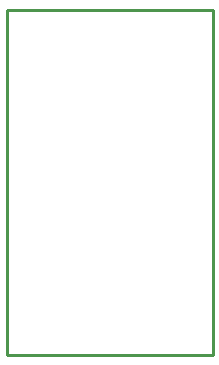
<source format=gbr>
G04 EAGLE Gerber RS-274X export*
G75*
%MOMM*%
%FSLAX34Y34*%
%LPD*%
%IN*%
%IPPOS*%
%AMOC8*
5,1,8,0,0,1.08239X$1,22.5*%
G01*
%ADD10C,0.254000*%


D10*
X0Y0D02*
X174500Y0D01*
X174500Y292000D01*
X0Y292000D01*
X0Y0D01*
M02*

</source>
